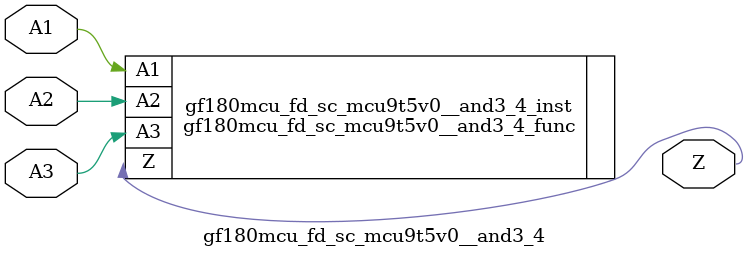
<source format=v>

module gf180mcu_fd_sc_mcu9t5v0__and3_4( A3, A1, A2, Z );
input A1, A2, A3;
output Z;

   `ifdef FUNCTIONAL  //  functional //

	gf180mcu_fd_sc_mcu9t5v0__and3_4_func gf180mcu_fd_sc_mcu9t5v0__and3_4_behav_inst(.A3(A3),.A1(A1),.A2(A2),.Z(Z));

   `else

	gf180mcu_fd_sc_mcu9t5v0__and3_4_func gf180mcu_fd_sc_mcu9t5v0__and3_4_inst(.A3(A3),.A1(A1),.A2(A2),.Z(Z));

	// spec_gates_begin


	// spec_gates_end



   specify

	// specify_block_begin

	// comb arc A1 --> Z
	 (A1 => Z) = (1.0,1.0);

	// comb arc A2 --> Z
	 (A2 => Z) = (1.0,1.0);

	// comb arc A3 --> Z
	 (A3 => Z) = (1.0,1.0);

	// specify_block_end

   endspecify

   `endif

endmodule

</source>
